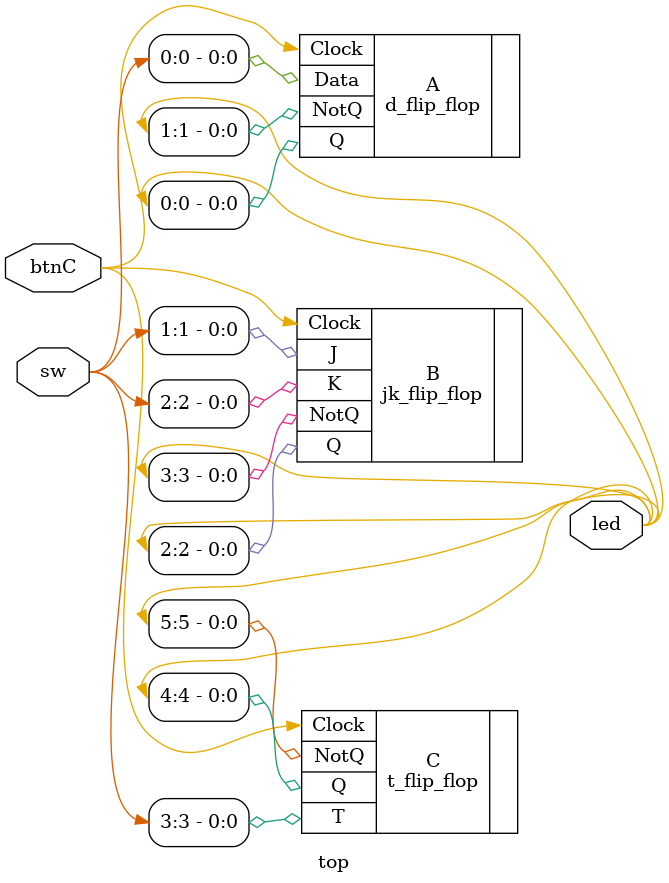
<source format=v>
module top(
    input [3:0] sw,
    input btnC,
    output [5:0] led
    );
    
    d_flip_flop A(
        .Data(sw[0]),
        .Clock(btnC),
        .Q(led[0]),
        .NotQ(led[1])
    );
    
    jk_flip_flop B(
        .J(sw[1]),
        .K(sw[2]),
        .Clock(btnC),
        .Q(led[2]),
        .NotQ(led[3])
    );
    
    t_flip_flop C(
        .T(sw[3]),
        .Clock(btnC),
        .Q(led[4]),
        .NotQ(led[5])
    );
    
endmodule

</source>
